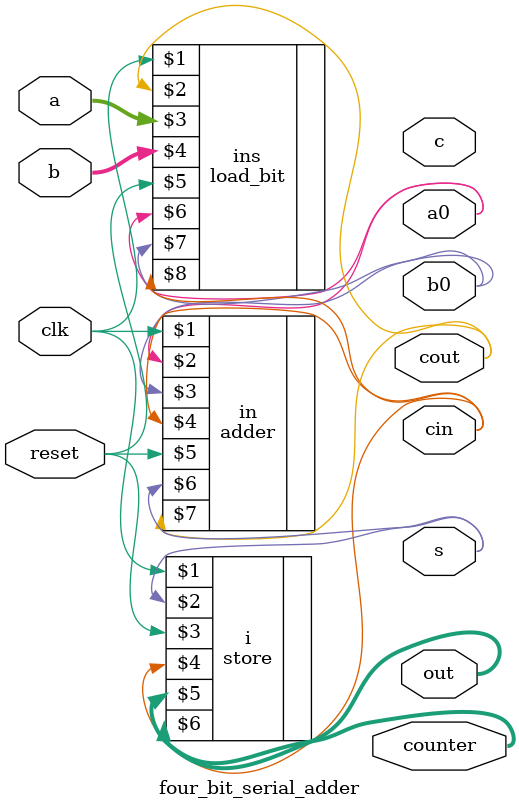
<source format=v>
module four_bit_serial_adder(input [3:0]a,b,
input clk,reset,
output  [4:0]out,output  [3:0]counter,
output c,a0,b0,s,cin,cout);

load_bit ins(clk,cout,a,b,reset,a0,b0,cin);
adder in (clk,a0,b0,cin,reset,s,cout);
store  i (clk,s,reset,cin,out,counter);

endmodule
</source>
